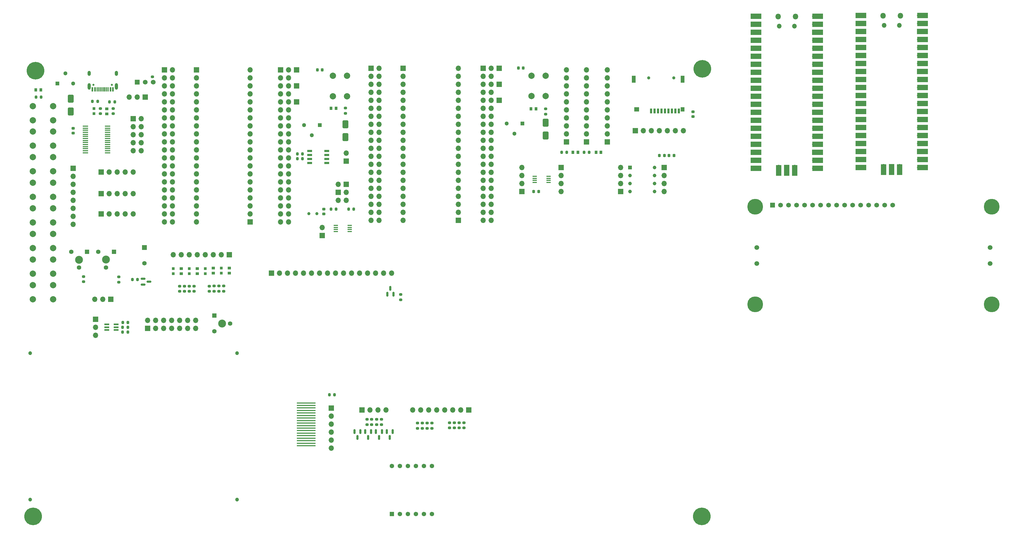
<source format=gbr>
%TF.GenerationSoftware,KiCad,Pcbnew,9.0.0*%
%TF.CreationDate,2025-05-15T12:51:00+02:00*%
%TF.ProjectId,board,626f6172-642e-46b6-9963-61645f706362,rev?*%
%TF.SameCoordinates,Original*%
%TF.FileFunction,Soldermask,Top*%
%TF.FilePolarity,Negative*%
%FSLAX46Y46*%
G04 Gerber Fmt 4.6, Leading zero omitted, Abs format (unit mm)*
G04 Created by KiCad (PCBNEW 9.0.0) date 2025-05-15 12:51:00*
%MOMM*%
%LPD*%
G01*
G04 APERTURE LIST*
G04 Aperture macros list*
%AMRoundRect*
0 Rectangle with rounded corners*
0 $1 Rounding radius*
0 $2 $3 $4 $5 $6 $7 $8 $9 X,Y pos of 4 corners*
0 Add a 4 corners polygon primitive as box body*
4,1,4,$2,$3,$4,$5,$6,$7,$8,$9,$2,$3,0*
0 Add four circle primitives for the rounded corners*
1,1,$1+$1,$2,$3*
1,1,$1+$1,$4,$5*
1,1,$1+$1,$6,$7*
1,1,$1+$1,$8,$9*
0 Add four rect primitives between the rounded corners*
20,1,$1+$1,$2,$3,$4,$5,0*
20,1,$1+$1,$4,$5,$6,$7,0*
20,1,$1+$1,$6,$7,$8,$9,0*
20,1,$1+$1,$8,$9,$2,$3,0*%
G04 Aperture macros list end*
%ADD10R,1.500000X1.500000*%
%ADD11C,1.500000*%
%ADD12RoundRect,0.200000X0.275000X-0.200000X0.275000X0.200000X-0.275000X0.200000X-0.275000X-0.200000X0*%
%ADD13O,1.800000X1.800000*%
%ADD14O,1.500000X1.500000*%
%ADD15O,1.700000X1.700000*%
%ADD16R,3.500000X1.700000*%
%ADD17R,1.700000X1.700000*%
%ADD18R,1.700000X3.500000*%
%ADD19RoundRect,0.200000X0.200000X0.275000X-0.200000X0.275000X-0.200000X-0.275000X0.200000X-0.275000X0*%
%ADD20C,5.000000*%
%ADD21RoundRect,0.250000X0.650000X-1.000000X0.650000X1.000000X-0.650000X1.000000X-0.650000X-1.000000X0*%
%ADD22RoundRect,0.150000X-0.587500X-0.150000X0.587500X-0.150000X0.587500X0.150000X-0.587500X0.150000X0*%
%ADD23R,1.000000X0.950000*%
%ADD24C,3.600000*%
%ADD25C,5.600000*%
%ADD26R,1.159000X1.159000*%
%ADD27C,1.159000*%
%ADD28R,0.950000X1.000000*%
%ADD29R,0.950000X0.900000*%
%ADD30R,1.600000X0.500000*%
%ADD31C,2.000000*%
%ADD32RoundRect,0.225000X-0.225000X-0.250000X0.225000X-0.250000X0.225000X0.250000X-0.225000X0.250000X0*%
%ADD33R,1.300000X1.300000*%
%ADD34C,1.300000*%
%ADD35R,1.400000X0.450000*%
%ADD36C,1.000000*%
%ADD37RoundRect,0.150000X-0.150000X0.587500X-0.150000X-0.587500X0.150000X-0.587500X0.150000X0.587500X0*%
%ADD38C,1.400000*%
%ADD39C,0.650000*%
%ADD40R,0.600000X1.450000*%
%ADD41R,0.300000X1.450000*%
%ADD42O,1.000000X2.100000*%
%ADD43O,1.000000X1.600000*%
%ADD44R,1.525000X0.650000*%
%ADD45RoundRect,0.200000X-0.275000X0.200000X-0.275000X-0.200000X0.275000X-0.200000X0.275000X0.200000X0*%
%ADD46RoundRect,0.200000X-0.200000X-0.275000X0.200000X-0.275000X0.200000X0.275000X-0.200000X0.275000X0*%
%ADD47R,1.425000X1.425000*%
%ADD48C,1.425000*%
%ADD49RoundRect,0.225000X0.225000X0.250000X-0.225000X0.250000X-0.225000X-0.250000X0.225000X-0.250000X0*%
%ADD50RoundRect,0.225000X0.250000X-0.225000X0.250000X0.225000X-0.250000X0.225000X-0.250000X-0.225000X0*%
%ADD51RoundRect,0.150000X0.150000X-0.587500X0.150000X0.587500X-0.150000X0.587500X-0.150000X-0.587500X0*%
%ADD52C,2.500000*%
%ADD53R,1.400000X1.400000*%
%ADD54R,0.700000X1.600000*%
%ADD55R,1.200000X1.400000*%
%ADD56R,1.600000X1.400000*%
%ADD57R,1.200000X2.200000*%
%ADD58R,1.725000X0.450000*%
%ADD59C,1.200000*%
%ADD60R,6.000000X0.400000*%
%ADD61RoundRect,0.225000X-0.250000X0.225000X-0.250000X-0.225000X0.250000X-0.225000X0.250000X0.225000X0*%
G04 APERTURE END LIST*
D10*
%TO.C,IC3*%
X36830000Y-8255000D03*
D11*
X39370000Y-8255000D03*
X41910000Y-8255000D03*
%TD*%
D12*
%TO.C,R38*%
X54864000Y-74637000D03*
X54864000Y-72987000D03*
%TD*%
%TO.C,R14*%
X30988000Y-71691000D03*
X30988000Y-70041000D03*
%TD*%
D13*
%TO.C,U4*%
X273373000Y12824000D03*
D14*
X273673000Y9794000D03*
X278523000Y9794000D03*
D13*
X278823000Y12824000D03*
D15*
X267208000Y12954000D03*
D16*
X266308000Y12954000D03*
D15*
X267208000Y10414000D03*
D16*
X266308000Y10414000D03*
D17*
X267208000Y7874000D03*
D16*
X266308000Y7874000D03*
D15*
X267208000Y5334000D03*
D16*
X266308000Y5334000D03*
D15*
X267208000Y2794000D03*
D16*
X266308000Y2794000D03*
D15*
X267208000Y254000D03*
D16*
X266308000Y254000D03*
D15*
X267208000Y-2286000D03*
D16*
X266308000Y-2286000D03*
D17*
X267208000Y-4826000D03*
D16*
X266308000Y-4826000D03*
D15*
X267208000Y-7366000D03*
D16*
X266308000Y-7366000D03*
D15*
X267208000Y-9906000D03*
D16*
X266308000Y-9906000D03*
D15*
X267208000Y-12446000D03*
D16*
X266308000Y-12446000D03*
D15*
X267208000Y-14986000D03*
D16*
X266308000Y-14986000D03*
D17*
X267208000Y-17526000D03*
D16*
X266308000Y-17526000D03*
D15*
X267208000Y-20066000D03*
D16*
X266308000Y-20066000D03*
D15*
X267208000Y-22606000D03*
D16*
X266308000Y-22606000D03*
D15*
X267208000Y-25146000D03*
D16*
X266308000Y-25146000D03*
D15*
X267208000Y-27686000D03*
D16*
X266308000Y-27686000D03*
D17*
X267208000Y-30226000D03*
D16*
X266308000Y-30226000D03*
D15*
X267208000Y-32766000D03*
D16*
X266308000Y-32766000D03*
D15*
X267208000Y-35306000D03*
D16*
X266308000Y-35306000D03*
D15*
X284988000Y-35306000D03*
D16*
X285888000Y-35306000D03*
D15*
X284988000Y-32766000D03*
D16*
X285888000Y-32766000D03*
D17*
X284988000Y-30226000D03*
D16*
X285888000Y-30226000D03*
D15*
X284988000Y-27686000D03*
D16*
X285888000Y-27686000D03*
D15*
X284988000Y-25146000D03*
D16*
X285888000Y-25146000D03*
D15*
X284988000Y-22606000D03*
D16*
X285888000Y-22606000D03*
D15*
X284988000Y-20066000D03*
D16*
X285888000Y-20066000D03*
D17*
X284988000Y-17526000D03*
D16*
X285888000Y-17526000D03*
D15*
X284988000Y-14986000D03*
D16*
X285888000Y-14986000D03*
D15*
X284988000Y-12446000D03*
D16*
X285888000Y-12446000D03*
D15*
X284988000Y-9906000D03*
D16*
X285888000Y-9906000D03*
D15*
X284988000Y-7366000D03*
D16*
X285888000Y-7366000D03*
D17*
X284988000Y-4826000D03*
D16*
X285888000Y-4826000D03*
D15*
X284988000Y-2286000D03*
D16*
X285888000Y-2286000D03*
D15*
X284988000Y254000D03*
D16*
X285888000Y254000D03*
D15*
X284988000Y2794000D03*
D16*
X285888000Y2794000D03*
D15*
X284988000Y5334000D03*
D16*
X285888000Y5334000D03*
D17*
X284988000Y7874000D03*
D16*
X285888000Y7874000D03*
D15*
X284988000Y10414000D03*
D16*
X285888000Y10414000D03*
D15*
X284988000Y12954000D03*
D16*
X285888000Y12954000D03*
D15*
X273558000Y-35076000D03*
D18*
X273558000Y-35976000D03*
D17*
X276098000Y-35076000D03*
D18*
X276098000Y-35976000D03*
D15*
X278638000Y-35076000D03*
D18*
X278638000Y-35976000D03*
%TD*%
D12*
%TO.C,R27*%
X130302000Y-118110000D03*
X130302000Y-116460000D03*
%TD*%
D17*
%TO.C,J24*%
X141986000Y-112268000D03*
D15*
X139446000Y-112268000D03*
X136906000Y-112268000D03*
X134366000Y-112268000D03*
X131826000Y-112268000D03*
X129286000Y-112268000D03*
X126746000Y-112268000D03*
X124206000Y-112268000D03*
%TD*%
D19*
%TO.C,R20*%
X36893000Y-70866000D03*
X35243000Y-70866000D03*
%TD*%
D12*
%TO.C,R29*%
X127254000Y-118110000D03*
X127254000Y-116460000D03*
%TD*%
%TO.C,R13*%
X140462000Y-117982000D03*
X140462000Y-116332000D03*
%TD*%
D10*
%TO.C,DS4*%
X238340000Y-47246000D03*
D11*
X240880000Y-47246000D03*
X243420000Y-47246000D03*
X245960000Y-47246000D03*
X248500000Y-47246000D03*
X251040000Y-47246000D03*
X253580000Y-47246000D03*
X256120000Y-47246000D03*
X258660000Y-47246000D03*
X261200000Y-47246000D03*
X263740000Y-47246000D03*
X266280000Y-47246000D03*
X268820000Y-47246000D03*
X271360000Y-47246000D03*
X273900000Y-47246000D03*
X276440000Y-47246000D03*
X233340000Y-65786000D03*
X307340000Y-60706000D03*
X233340000Y-60706000D03*
X307340000Y-65786000D03*
D20*
X232840000Y-47746000D03*
X307840000Y-47746000D03*
X307840000Y-78746000D03*
X232840000Y-78746000D03*
%TD*%
D17*
%TO.C,J16*%
X25400000Y-43643000D03*
D15*
X27940000Y-43643000D03*
X30480000Y-43643000D03*
X33020000Y-43643000D03*
X35560000Y-43643000D03*
%TD*%
D21*
%TO.C,D4*%
X102870000Y-25622000D03*
X102870000Y-21622000D03*
%TD*%
D22*
%TO.C,Q1*%
X38686500Y-70615000D03*
X38686500Y-72515000D03*
X40561500Y-71565000D03*
%TD*%
D17*
%TO.C,J27*%
X121158000Y-3810000D03*
D15*
X121158000Y-6350000D03*
X121158000Y-8890000D03*
X121158000Y-11430000D03*
X121158000Y-13970000D03*
X121158000Y-16510000D03*
X121158000Y-19050000D03*
X121158000Y-21590000D03*
X121158000Y-24130000D03*
X121158000Y-26670000D03*
X121158000Y-29210000D03*
X121158000Y-31750000D03*
X121158000Y-34290000D03*
X121158000Y-36830000D03*
X121158000Y-39370000D03*
X121158000Y-41910000D03*
X121158000Y-44450000D03*
X121158000Y-46990000D03*
X121158000Y-49530000D03*
X121158000Y-52070000D03*
%TD*%
D12*
%TO.C,R2*%
X19812000Y-71565000D03*
X19812000Y-69915000D03*
%TD*%
D23*
%TO.C,LED6*%
X50800000Y-67437000D03*
X50800000Y-69037000D03*
%TD*%
D24*
%TO.C,H2*%
X4572000Y-4572000D03*
D25*
X4572000Y-4572000D03*
%TD*%
D12*
%TO.C,R37*%
X53340000Y-74637000D03*
X53340000Y-72987000D03*
%TD*%
D17*
%TO.C,J15*%
X23573000Y-83450000D03*
D15*
X23573000Y-85990000D03*
X23573000Y-88530000D03*
%TD*%
D19*
%TO.C,R21*%
X33859000Y-84529000D03*
X32209000Y-84529000D03*
%TD*%
D17*
%TO.C,J2*%
X185928000Y-27178000D03*
D15*
X185928000Y-24638000D03*
X185928000Y-22098000D03*
X185928000Y-19558000D03*
X185928000Y-17018000D03*
X185928000Y-14478000D03*
X185928000Y-11938000D03*
X185928000Y-9398000D03*
X185928000Y-6858000D03*
X185928000Y-4318000D03*
%TD*%
D17*
%TO.C,J1*%
X25400000Y-50038000D03*
D15*
X27940000Y-50038000D03*
X30480000Y-50038000D03*
X33020000Y-50038000D03*
X35560000Y-50038000D03*
%TD*%
D24*
%TO.C,H3*%
X215900000Y-146050000D03*
D25*
X215900000Y-146050000D03*
%TD*%
D17*
%TO.C,J36*%
X138684000Y-52070000D03*
D15*
X138684000Y-49530000D03*
X138684000Y-46990000D03*
X138684000Y-44450000D03*
X138684000Y-41910000D03*
X138684000Y-39370000D03*
X138684000Y-36830000D03*
X138684000Y-34290000D03*
X138684000Y-31750000D03*
X138684000Y-29210000D03*
X138684000Y-26670000D03*
X138684000Y-24130000D03*
X138684000Y-21590000D03*
X138684000Y-19050000D03*
X138684000Y-16510000D03*
X138684000Y-13970000D03*
X138684000Y-11430000D03*
X138684000Y-8890000D03*
X138684000Y-6350000D03*
X138684000Y-3810000D03*
%TD*%
D12*
%TO.C,R3*%
X29210000Y-18212000D03*
X29210000Y-16562000D03*
%TD*%
D26*
%TO.C,IC6*%
X193104000Y-35306000D03*
D27*
X193104000Y-37846000D03*
X193104000Y-40386000D03*
X193104000Y-42926000D03*
X200914000Y-42926000D03*
X200914000Y-40386000D03*
X200914000Y-37846000D03*
X200914000Y-35306000D03*
%TD*%
D17*
%TO.C,J42*%
X87376000Y-4318000D03*
%TD*%
D12*
%TO.C,R5*%
X25146000Y-18212000D03*
X25146000Y-16562000D03*
%TD*%
D17*
%TO.C,J18*%
X45466000Y-4318000D03*
D15*
X48006000Y-4318000D03*
X45466000Y-6858000D03*
X48006000Y-6858000D03*
X45466000Y-9398000D03*
X48006000Y-9398000D03*
X45466000Y-11938000D03*
X48006000Y-11938000D03*
X45466000Y-14478000D03*
X48006000Y-14478000D03*
X45466000Y-17018000D03*
X48006000Y-17018000D03*
X45466000Y-19558000D03*
X48006000Y-19558000D03*
X45466000Y-22098000D03*
X48006000Y-22098000D03*
X45466000Y-24638000D03*
X48006000Y-24638000D03*
X45466000Y-27178000D03*
X48006000Y-27178000D03*
X45466000Y-29718000D03*
X48006000Y-29718000D03*
X45466000Y-32258000D03*
X48006000Y-32258000D03*
X45466000Y-34798000D03*
X48006000Y-34798000D03*
X45466000Y-37338000D03*
X48006000Y-37338000D03*
X45466000Y-39878000D03*
X48006000Y-39878000D03*
X45466000Y-42418000D03*
X48006000Y-42418000D03*
X45466000Y-44958000D03*
X48006000Y-44958000D03*
X45466000Y-47498000D03*
X48006000Y-47498000D03*
X45466000Y-50038000D03*
X48006000Y-50038000D03*
X45466000Y-52578000D03*
X48006000Y-52578000D03*
%TD*%
D28*
%TO.C,LED17*%
X176568000Y-30480000D03*
X174968000Y-30480000D03*
%TD*%
D29*
%TO.C,LED4*%
X58420000Y-67437000D03*
X58420000Y-69037000D03*
%TD*%
D23*
%TO.C,LED8*%
X60960000Y-67272000D03*
X60960000Y-68872000D03*
%TD*%
D17*
%TO.C,J6*%
X103124000Y-40640000D03*
D15*
X100584000Y-40640000D03*
%TD*%
D17*
%TO.C,J5*%
X16510000Y-35560000D03*
D15*
X16510000Y-38100000D03*
X16510000Y-40640000D03*
X16510000Y-43180000D03*
X16510000Y-45720000D03*
X16510000Y-48260000D03*
X16510000Y-50800000D03*
X16510000Y-53340000D03*
%TD*%
D12*
%TO.C,R39*%
X59690000Y-74637000D03*
X59690000Y-72987000D03*
%TD*%
D17*
%TO.C,J17*%
X25407000Y-36785000D03*
D15*
X27947000Y-36785000D03*
X30487000Y-36785000D03*
X33027000Y-36785000D03*
X35567000Y-36785000D03*
%TD*%
D30*
%TO.C,LED1*%
X27178000Y-85090000D03*
X27178000Y-85990000D03*
X27178000Y-86890000D03*
X30128000Y-86890000D03*
X30128000Y-85990000D03*
X30128000Y-85090000D03*
%TD*%
D17*
%TO.C,J8*%
X203962000Y-35306000D03*
D15*
X203962000Y-37846000D03*
X203962000Y-40386000D03*
X203962000Y-42926000D03*
%TD*%
D17*
%TO.C,J28*%
X190087000Y-42926000D03*
D15*
X190087000Y-40386000D03*
X190087000Y-37846000D03*
X190087000Y-35306000D03*
%TD*%
D31*
%TO.C,S3*%
X10160000Y-20356000D03*
X3660000Y-20356000D03*
X10160000Y-15856000D03*
X3660000Y-15856000D03*
%TD*%
D32*
%TO.C,C4*%
X162547000Y-42926000D03*
X164097000Y-42926000D03*
%TD*%
D17*
%TO.C,J7*%
X79340000Y-68828000D03*
D15*
X81880000Y-68828000D03*
X84420000Y-68828000D03*
X86960000Y-68828000D03*
X89500000Y-68828000D03*
X92040000Y-68828000D03*
X94580000Y-68828000D03*
X97120000Y-68828000D03*
X99660000Y-68828000D03*
X102200000Y-68828000D03*
X104740000Y-68828000D03*
X107280000Y-68828000D03*
X109820000Y-68828000D03*
X112360000Y-68828000D03*
X114900000Y-68828000D03*
X117440000Y-68828000D03*
%TD*%
D21*
%TO.C,D2*%
X15748000Y-17494000D03*
X15748000Y-13494000D03*
%TD*%
D17*
%TO.C,J4*%
X158836000Y-42926000D03*
D15*
X158836000Y-40386000D03*
X158836000Y-37846000D03*
X158836000Y-35306000D03*
%TD*%
D17*
%TO.C,J41*%
X151638000Y-13946000D03*
%TD*%
D33*
%TO.C,S11*%
X94702000Y-21846000D03*
D34*
X92202000Y-25046000D03*
X89702000Y-21846000D03*
%TD*%
D17*
%TO.C,J46*%
X151638000Y-8890000D03*
%TD*%
D33*
%TO.C,S14*%
X158964000Y-21336000D03*
D34*
X156464000Y-24536000D03*
X153964000Y-21336000D03*
%TD*%
D35*
%TO.C,IC1*%
X99822000Y-53676000D03*
X99822000Y-54326000D03*
X99822000Y-54976000D03*
X99822000Y-55626000D03*
X104222000Y-55626000D03*
X104222000Y-54976000D03*
X104222000Y-54326000D03*
X104222000Y-53676000D03*
%TD*%
D17*
%TO.C,J32*%
X35560000Y-19812000D03*
D15*
X38100000Y-19812000D03*
X35560000Y-22352000D03*
X38100000Y-22352000D03*
X35560000Y-24892000D03*
X38100000Y-24892000D03*
X35560000Y-27432000D03*
X38100000Y-27432000D03*
X35560000Y-29972000D03*
X38100000Y-29972000D03*
%TD*%
D17*
%TO.C,J14*%
X194818000Y-23622000D03*
D15*
X197358000Y-23622000D03*
X199898000Y-23622000D03*
X202438000Y-23622000D03*
X204978000Y-23622000D03*
X207518000Y-23622000D03*
X210058000Y-23622000D03*
%TD*%
D31*
%TO.C,S12*%
X161834000Y-12648000D03*
X161834000Y-6148000D03*
X166334000Y-12648000D03*
X166334000Y-6148000D03*
%TD*%
D12*
%TO.C,R30*%
X125730000Y-118110000D03*
X125730000Y-116460000D03*
%TD*%
D32*
%TO.C,C6*%
X157669000Y-3758000D03*
X159219000Y-3758000D03*
%TD*%
D19*
%TO.C,R16*%
X89217000Y-30988000D03*
X87567000Y-30988000D03*
%TD*%
D12*
%TO.C,R42*%
X64262000Y-74588500D03*
X64262000Y-72938500D03*
%TD*%
D32*
%TO.C,C5*%
X93954000Y-4318000D03*
X95504000Y-4318000D03*
%TD*%
D36*
%TO.C,Y2*%
X93756000Y-49930000D03*
X91216000Y-49930000D03*
%TD*%
D37*
%TO.C,Q5*%
X107594400Y-119126000D03*
X105694400Y-119126000D03*
X106644400Y-121001000D03*
%TD*%
D17*
%TO.C,J40*%
X87376000Y-14478000D03*
%TD*%
D31*
%TO.C,S6*%
X10160000Y-44668000D03*
X3660000Y-44668000D03*
X10160000Y-40168000D03*
X3660000Y-40168000D03*
%TD*%
D28*
%TO.C,LED15*%
X161658400Y-16713200D03*
X163258400Y-16713200D03*
%TD*%
D10*
%TO.C,LS1*%
X39116000Y-60745000D03*
D38*
X39116000Y-65745000D03*
%TD*%
D33*
%TO.C,S13*%
X11510000Y-8636000D03*
D34*
X14010000Y-5436000D03*
X16510000Y-8636000D03*
%TD*%
D39*
%TO.C,J34*%
X28726000Y-9037000D03*
X22946000Y-9037000D03*
D40*
X29086000Y-10482000D03*
X28286000Y-10482000D03*
D41*
X27086000Y-10482000D03*
X26086000Y-10482000D03*
X25586000Y-10482000D03*
X24586000Y-10482000D03*
D40*
X23386000Y-10482000D03*
X22586000Y-10482000D03*
X22586000Y-10482000D03*
X23386000Y-10482000D03*
D41*
X24086000Y-10482000D03*
X25086000Y-10482000D03*
X26586000Y-10482000D03*
X27586000Y-10482000D03*
D40*
X28286000Y-10482000D03*
X29086000Y-10482000D03*
D42*
X30156000Y-9567000D03*
D43*
X30156000Y-5387000D03*
D42*
X21516000Y-9567000D03*
D43*
X21516000Y-5387000D03*
%TD*%
D44*
%TO.C,IC2*%
X96946000Y-33909000D03*
X96946000Y-32639000D03*
X96946000Y-31369000D03*
X96946000Y-30099000D03*
X91522000Y-30099000D03*
X91522000Y-31369000D03*
X91522000Y-32639000D03*
X91522000Y-33909000D03*
%TD*%
D45*
%TO.C,R19*%
X41656000Y-6541000D03*
X41656000Y-8191000D03*
%TD*%
D32*
%TO.C,C8*%
X205473000Y-31496000D03*
X207023000Y-31496000D03*
%TD*%
D31*
%TO.C,S4*%
X10160000Y-28412000D03*
X3660000Y-28412000D03*
X10160000Y-23912000D03*
X3660000Y-23912000D03*
%TD*%
D24*
%TO.C,H4*%
X3810000Y-146050000D03*
D25*
X3810000Y-146050000D03*
%TD*%
D17*
%TO.C,J30*%
X179324000Y-27178000D03*
D15*
X179324000Y-24638000D03*
X179324000Y-22098000D03*
X179324000Y-19558000D03*
X179324000Y-17018000D03*
X179324000Y-14478000D03*
X179324000Y-11938000D03*
X179324000Y-9398000D03*
X179324000Y-6858000D03*
X179324000Y-4318000D03*
%TD*%
D31*
%TO.C,S9*%
X10160000Y-69052000D03*
X3660000Y-69052000D03*
X10160000Y-64552000D03*
X3660000Y-64552000D03*
%TD*%
D17*
%TO.C,J31*%
X172974000Y-27178000D03*
D15*
X172974000Y-24638000D03*
X172974000Y-22098000D03*
X172974000Y-19558000D03*
X172974000Y-17018000D03*
X172974000Y-14478000D03*
X172974000Y-11938000D03*
X172974000Y-9398000D03*
X172974000Y-6858000D03*
X172974000Y-4318000D03*
%TD*%
D17*
%TO.C,J44*%
X151638000Y-3810000D03*
%TD*%
D13*
%TO.C,U1*%
X240099000Y12570000D03*
D14*
X240399000Y9540000D03*
X245249000Y9540000D03*
D13*
X245549000Y12570000D03*
D15*
X233934000Y12700000D03*
D16*
X233034000Y12700000D03*
D15*
X233934000Y10160000D03*
D16*
X233034000Y10160000D03*
D17*
X233934000Y7620000D03*
D16*
X233034000Y7620000D03*
D15*
X233934000Y5080000D03*
D16*
X233034000Y5080000D03*
D15*
X233934000Y2540000D03*
D16*
X233034000Y2540000D03*
D15*
X233934000Y0D03*
D16*
X233034000Y0D03*
D15*
X233934000Y-2540000D03*
D16*
X233034000Y-2540000D03*
D17*
X233934000Y-5080000D03*
D16*
X233034000Y-5080000D03*
D15*
X233934000Y-7620000D03*
D16*
X233034000Y-7620000D03*
D15*
X233934000Y-10160000D03*
D16*
X233034000Y-10160000D03*
D15*
X233934000Y-12700000D03*
D16*
X233034000Y-12700000D03*
D15*
X233934000Y-15240000D03*
D16*
X233034000Y-15240000D03*
D17*
X233934000Y-17780000D03*
D16*
X233034000Y-17780000D03*
D15*
X233934000Y-20320000D03*
D16*
X233034000Y-20320000D03*
D15*
X233934000Y-22860000D03*
D16*
X233034000Y-22860000D03*
D15*
X233934000Y-25400000D03*
D16*
X233034000Y-25400000D03*
D15*
X233934000Y-27940000D03*
D16*
X233034000Y-27940000D03*
D17*
X233934000Y-30480000D03*
D16*
X233034000Y-30480000D03*
D15*
X233934000Y-33020000D03*
D16*
X233034000Y-33020000D03*
D15*
X233934000Y-35560000D03*
D16*
X233034000Y-35560000D03*
D15*
X251714000Y-35560000D03*
D16*
X252614000Y-35560000D03*
D15*
X251714000Y-33020000D03*
D16*
X252614000Y-33020000D03*
D17*
X251714000Y-30480000D03*
D16*
X252614000Y-30480000D03*
D15*
X251714000Y-27940000D03*
D16*
X252614000Y-27940000D03*
D15*
X251714000Y-25400000D03*
D16*
X252614000Y-25400000D03*
D15*
X251714000Y-22860000D03*
D16*
X252614000Y-22860000D03*
D15*
X251714000Y-20320000D03*
D16*
X252614000Y-20320000D03*
D17*
X251714000Y-17780000D03*
D16*
X252614000Y-17780000D03*
D15*
X251714000Y-15240000D03*
D16*
X252614000Y-15240000D03*
D15*
X251714000Y-12700000D03*
D16*
X252614000Y-12700000D03*
D15*
X251714000Y-10160000D03*
D16*
X252614000Y-10160000D03*
D15*
X251714000Y-7620000D03*
D16*
X252614000Y-7620000D03*
D17*
X251714000Y-5080000D03*
D16*
X252614000Y-5080000D03*
D15*
X251714000Y-2540000D03*
D16*
X252614000Y-2540000D03*
D15*
X251714000Y0D03*
D16*
X252614000Y0D03*
D15*
X251714000Y2540000D03*
D16*
X252614000Y2540000D03*
D15*
X251714000Y5080000D03*
D16*
X252614000Y5080000D03*
D17*
X251714000Y7620000D03*
D16*
X252614000Y7620000D03*
D15*
X251714000Y10160000D03*
D16*
X252614000Y10160000D03*
D15*
X251714000Y12700000D03*
D16*
X252614000Y12700000D03*
D15*
X240284000Y-35330000D03*
D18*
X240284000Y-36230000D03*
D17*
X242824000Y-35330000D03*
D18*
X242824000Y-36230000D03*
D15*
X245364000Y-35330000D03*
D18*
X245364000Y-36230000D03*
%TD*%
D31*
%TO.C,S8*%
X10160000Y-60924000D03*
X3660000Y-60924000D03*
X10160000Y-56424000D03*
X3660000Y-56424000D03*
%TD*%
D46*
%TO.C,R9*%
X171387000Y-30480000D03*
X173037000Y-30480000D03*
%TD*%
D47*
%TO.C,DS2*%
X117602000Y-145288000D03*
D48*
X120142000Y-145288000D03*
X122682000Y-145288000D03*
X125222000Y-145288000D03*
X127762000Y-145288000D03*
X130302000Y-145288000D03*
X130302000Y-130048000D03*
X127762000Y-130048000D03*
X125222000Y-130048000D03*
X122682000Y-130048000D03*
X120142000Y-130048000D03*
X117602000Y-130048000D03*
%TD*%
D17*
%TO.C,J3*%
X98343000Y-111652000D03*
D15*
X98343000Y-114192000D03*
X98343000Y-116732000D03*
X98343000Y-119272000D03*
X98343000Y-121812000D03*
X98343000Y-124352000D03*
%TD*%
D45*
%TO.C,R33*%
X111130000Y-115253000D03*
X111130000Y-116903000D03*
%TD*%
D49*
%TO.C,C7*%
X203975000Y-31496000D03*
X202425000Y-31496000D03*
%TD*%
D17*
%TO.C,J21*%
X110998000Y-3810000D03*
D15*
X113538000Y-3810000D03*
X110998000Y-6350000D03*
X113538000Y-6350000D03*
X110998000Y-8890000D03*
X113538000Y-8890000D03*
X110998000Y-11430000D03*
X113538000Y-11430000D03*
X110998000Y-13970000D03*
X113538000Y-13970000D03*
X110998000Y-16510000D03*
X113538000Y-16510000D03*
X110998000Y-19050000D03*
X113538000Y-19050000D03*
X110998000Y-21590000D03*
X113538000Y-21590000D03*
X110998000Y-24130000D03*
X113538000Y-24130000D03*
X110998000Y-26670000D03*
X113538000Y-26670000D03*
X110998000Y-29210000D03*
X113538000Y-29210000D03*
X110998000Y-31750000D03*
X113538000Y-31750000D03*
X110998000Y-34290000D03*
X113538000Y-34290000D03*
X110998000Y-36830000D03*
X113538000Y-36830000D03*
X110998000Y-39370000D03*
X113538000Y-39370000D03*
X110998000Y-41910000D03*
X113538000Y-41910000D03*
X110998000Y-44450000D03*
X113538000Y-44450000D03*
X110998000Y-46990000D03*
X113538000Y-46990000D03*
X110998000Y-49530000D03*
X113538000Y-49530000D03*
X110998000Y-52070000D03*
X113538000Y-52070000D03*
%TD*%
D37*
%TO.C,Q4*%
X110998000Y-119126000D03*
X109098000Y-119126000D03*
X110048000Y-121001000D03*
%TD*%
D12*
%TO.C,R6*%
X102870000Y-18097000D03*
X102870000Y-16447000D03*
%TD*%
D37*
%TO.C,Q2*%
X117856000Y-119098300D03*
X115956000Y-119098300D03*
X116906000Y-120973300D03*
%TD*%
D45*
%TO.C,R4*%
X120396000Y-75629000D03*
X120396000Y-77279000D03*
%TD*%
D17*
%TO.C,J25*%
X108082000Y-112268000D03*
D15*
X110622000Y-112268000D03*
X113162000Y-112268000D03*
X115702000Y-112268000D03*
%TD*%
D19*
%TO.C,R22*%
X33796000Y-85990000D03*
X32146000Y-85990000D03*
%TD*%
D12*
%TO.C,R11*%
X50292000Y-74637000D03*
X50292000Y-72987000D03*
%TD*%
D28*
%TO.C,LED16*%
X183896000Y-30480000D03*
X182296000Y-30480000D03*
%TD*%
D12*
%TO.C,R41*%
X62738000Y-74588500D03*
X62738000Y-72938500D03*
%TD*%
D28*
%TO.C,LED18*%
X4597000Y-10668000D03*
X6197000Y-10668000D03*
%TD*%
D45*
%TO.C,R32*%
X112718000Y-115253000D03*
X112718000Y-116903000D03*
%TD*%
D19*
%TO.C,R43*%
X99885000Y-48514000D03*
X98235000Y-48514000D03*
%TD*%
D17*
%TO.C,J22*%
X146558000Y-3810000D03*
D15*
X149098000Y-3810000D03*
X146558000Y-6350000D03*
X149098000Y-6350000D03*
X146558000Y-8890000D03*
X149098000Y-8890000D03*
X146558000Y-11430000D03*
X149098000Y-11430000D03*
X146558000Y-13970000D03*
X149098000Y-13970000D03*
X146558000Y-16510000D03*
X149098000Y-16510000D03*
X146558000Y-19050000D03*
X149098000Y-19050000D03*
X146558000Y-21590000D03*
X149098000Y-21590000D03*
X146558000Y-24130000D03*
X149098000Y-24130000D03*
X146558000Y-26670000D03*
X149098000Y-26670000D03*
X146558000Y-29210000D03*
X149098000Y-29210000D03*
X146558000Y-31750000D03*
X149098000Y-31750000D03*
X146558000Y-34290000D03*
X149098000Y-34290000D03*
X146558000Y-36830000D03*
X149098000Y-36830000D03*
X146558000Y-39370000D03*
X149098000Y-39370000D03*
X146558000Y-41910000D03*
X149098000Y-41910000D03*
X146558000Y-44450000D03*
X149098000Y-44450000D03*
X146558000Y-46990000D03*
X149098000Y-46990000D03*
X146558000Y-49530000D03*
X149098000Y-49530000D03*
X146558000Y-52070000D03*
X149098000Y-52070000D03*
%TD*%
D50*
%TO.C,C2*%
X16510000Y-24397000D03*
X16510000Y-22847000D03*
%TD*%
D46*
%TO.C,R44*%
X103823000Y-48514000D03*
X105473000Y-48514000D03*
%TD*%
D21*
%TO.C,D5*%
X166370000Y-25114000D03*
X166370000Y-21114000D03*
%TD*%
D17*
%TO.C,J37*%
X72644000Y-52578000D03*
D15*
X72644000Y-50038000D03*
X72644000Y-47498000D03*
X72644000Y-44958000D03*
X72644000Y-42418000D03*
X72644000Y-39878000D03*
X72644000Y-37338000D03*
X72644000Y-34798000D03*
X72644000Y-32258000D03*
X72644000Y-29718000D03*
X72644000Y-27178000D03*
X72644000Y-24638000D03*
X72644000Y-22098000D03*
X72644000Y-19558000D03*
X72644000Y-17018000D03*
X72644000Y-14478000D03*
X72644000Y-11938000D03*
X72644000Y-9398000D03*
X72644000Y-6858000D03*
X72644000Y-4318000D03*
%TD*%
D28*
%TO.C,LED14*%
X98260000Y-16510000D03*
X99860000Y-16510000D03*
%TD*%
D31*
%TO.C,S5*%
X10160000Y-36540000D03*
X3660000Y-36540000D03*
X10160000Y-32040000D03*
X3660000Y-32040000D03*
%TD*%
D46*
%TO.C,R8*%
X178499000Y-30480000D03*
X180149000Y-30480000D03*
%TD*%
%TO.C,R46*%
X22607000Y-14351000D03*
X24257000Y-14351000D03*
%TD*%
D51*
%TO.C,Q7*%
X116144000Y-75535000D03*
X118044000Y-75535000D03*
X117094000Y-73660000D03*
%TD*%
D17*
%TO.C,J29*%
X66040000Y-63030000D03*
D15*
X63500000Y-63030000D03*
X60960000Y-63030000D03*
X58420000Y-63030000D03*
X55880000Y-63030000D03*
X53340000Y-63030000D03*
X50800000Y-63030000D03*
X48260000Y-63030000D03*
%TD*%
D52*
%TO.C,RV1*%
X63754000Y-84836000D03*
D38*
X61254000Y-87336000D03*
X66254000Y-84836000D03*
D53*
X61254000Y-82336000D03*
%TD*%
D29*
%TO.C,LED10*%
X23114000Y-18212000D03*
X23114000Y-16612000D03*
%TD*%
%TO.C,LED3*%
X53340000Y-67437000D03*
X53340000Y-69037000D03*
%TD*%
D37*
%TO.C,Q3*%
X114416800Y-119103300D03*
X112516800Y-119103300D03*
X113466800Y-120978300D03*
%TD*%
D12*
%TO.C,R24*%
X138938000Y-117978000D03*
X138938000Y-116328000D03*
%TD*%
%TO.C,R26*%
X135890000Y-117978000D03*
X135890000Y-116328000D03*
%TD*%
D17*
%TO.C,J13*%
X28448000Y-77153000D03*
D15*
X25908000Y-77153000D03*
X23368000Y-77153000D03*
%TD*%
D31*
%TO.C,S10*%
X10160000Y-77180000D03*
X3660000Y-77180000D03*
X10160000Y-72680000D03*
X3660000Y-72680000D03*
%TD*%
D45*
%TO.C,R31*%
X114242000Y-115253000D03*
X114242000Y-116903000D03*
%TD*%
D36*
%TO.C,J12*%
X207010000Y-6858000D03*
X199010000Y-6858000D03*
D54*
X199810000Y-17358000D03*
X200910000Y-17358000D03*
X202010000Y-17358000D03*
X203110000Y-17358000D03*
X204210000Y-17358000D03*
X205310000Y-17358000D03*
X206410000Y-17358000D03*
X207510000Y-17358000D03*
X208610000Y-17358000D03*
D55*
X209810000Y-16858000D03*
D56*
X195210000Y-16858000D03*
D57*
X194310000Y-7258000D03*
X209810000Y-7258000D03*
%TD*%
D19*
%TO.C,R45*%
X29654000Y-14478000D03*
X28004000Y-14478000D03*
%TD*%
D12*
%TO.C,R28*%
X128778000Y-118110000D03*
X128778000Y-116460000D03*
%TD*%
%TO.C,R12*%
X51816000Y-74637000D03*
X51816000Y-72987000D03*
%TD*%
D58*
%TO.C,IC4*%
X27432000Y-30637000D03*
X27432000Y-29987000D03*
X27432000Y-29337000D03*
X27432000Y-28687000D03*
X27432000Y-28037000D03*
X27432000Y-27387000D03*
X27432000Y-26737000D03*
X27432000Y-26087000D03*
X27432000Y-25437000D03*
X27432000Y-24787000D03*
X27432000Y-24137000D03*
X27432000Y-23487000D03*
X27432000Y-22837000D03*
X27432000Y-22187000D03*
X20408000Y-22187000D03*
X20408000Y-22837000D03*
X20408000Y-23487000D03*
X20408000Y-24137000D03*
X20408000Y-24787000D03*
X20408000Y-25437000D03*
X20408000Y-26087000D03*
X20408000Y-26737000D03*
X20408000Y-27387000D03*
X20408000Y-28037000D03*
X20408000Y-28687000D03*
X20408000Y-29337000D03*
X20408000Y-29987000D03*
X20408000Y-30637000D03*
%TD*%
D17*
%TO.C,J11*%
X39370000Y-12954000D03*
D15*
X36830000Y-12954000D03*
X34290000Y-12954000D03*
%TD*%
D19*
%TO.C,R15*%
X89217000Y-32512000D03*
X87567000Y-32512000D03*
%TD*%
D17*
%TO.C,J43*%
X87376000Y-9398000D03*
%TD*%
D12*
%TO.C,R25*%
X137414000Y-117982000D03*
X137414000Y-116332000D03*
%TD*%
D31*
%TO.C,S7*%
X10160000Y-52796000D03*
X3660000Y-52796000D03*
X10160000Y-48296000D03*
X3660000Y-48296000D03*
%TD*%
D59*
%TO.C,DS1*%
X2824000Y-94269000D03*
X2824000Y-140719000D03*
X68424000Y-94269000D03*
X68424000Y-140719000D03*
D60*
X90424000Y-123634000D03*
X90424000Y-122834000D03*
X90424000Y-122034000D03*
X90424000Y-121234000D03*
X90424000Y-120434000D03*
X90424000Y-119634000D03*
X90424000Y-118834000D03*
X90424000Y-118034000D03*
X90424000Y-117234000D03*
X90424000Y-116434000D03*
X90424000Y-115634000D03*
X90424000Y-114834000D03*
X90424000Y-114034000D03*
X90424000Y-113234000D03*
X90424000Y-112434000D03*
X90424000Y-111634000D03*
X90424000Y-110834000D03*
X90424000Y-110034000D03*
%TD*%
D52*
%TO.C,VR2*%
X26924000Y-64556000D03*
D38*
X24424000Y-62056000D03*
X26924000Y-67056000D03*
D53*
X29424000Y-62056000D03*
%TD*%
D29*
%TO.C,LED2*%
X48260000Y-67399000D03*
X48260000Y-68999000D03*
%TD*%
D17*
%TO.C,J26*%
X55626000Y-4318000D03*
D15*
X55626000Y-6858000D03*
X55626000Y-9398000D03*
X55626000Y-11938000D03*
X55626000Y-14478000D03*
X55626000Y-17018000D03*
X55626000Y-19558000D03*
X55626000Y-22098000D03*
X55626000Y-24638000D03*
X55626000Y-27178000D03*
X55626000Y-29718000D03*
X55626000Y-32258000D03*
X55626000Y-34798000D03*
X55626000Y-37338000D03*
X55626000Y-39878000D03*
X55626000Y-42418000D03*
X55626000Y-44958000D03*
X55626000Y-47498000D03*
X55626000Y-50038000D03*
X55626000Y-52578000D03*
%TD*%
D17*
%TO.C,J33*%
X103124000Y-33274000D03*
D15*
X103124000Y-30734000D03*
%TD*%
D23*
%TO.C,LED9*%
X66040000Y-67272000D03*
X66040000Y-68872000D03*
%TD*%
D17*
%TO.C,J19*%
X40132000Y-86360000D03*
D15*
X40132000Y-83820000D03*
X42672000Y-86360000D03*
X42672000Y-83820000D03*
X45212000Y-86360000D03*
X45212000Y-83820000D03*
X47752000Y-86360000D03*
X47752000Y-83820000D03*
X50292000Y-86360000D03*
X50292000Y-83820000D03*
X52832000Y-86360000D03*
X52832000Y-83820000D03*
X55372000Y-86360000D03*
X55372000Y-83820000D03*
%TD*%
D17*
%TO.C,J9*%
X95504000Y-56901000D03*
D15*
X95504000Y-54361000D03*
%TD*%
D17*
%TO.C,J10*%
X100584000Y-43180000D03*
D15*
X103124000Y-43180000D03*
X100584000Y-45720000D03*
X103124000Y-45720000D03*
%TD*%
D12*
%TO.C,R7*%
X166370000Y-18351000D03*
X166370000Y-16701000D03*
%TD*%
%TO.C,R40*%
X61214000Y-74588500D03*
X61214000Y-72938500D03*
%TD*%
D23*
%TO.C,LED11*%
X27178000Y-18288000D03*
X27178000Y-16688000D03*
%TD*%
D17*
%TO.C,J20*%
X82296000Y-4318000D03*
D15*
X84836000Y-4318000D03*
X82296000Y-6858000D03*
X84836000Y-6858000D03*
X82296000Y-9398000D03*
X84836000Y-9398000D03*
X82296000Y-11938000D03*
X84836000Y-11938000D03*
X82296000Y-14478000D03*
X84836000Y-14478000D03*
X82296000Y-17018000D03*
X84836000Y-17018000D03*
X82296000Y-19558000D03*
X84836000Y-19558000D03*
X82296000Y-22098000D03*
X84836000Y-22098000D03*
X82296000Y-24638000D03*
X84836000Y-24638000D03*
X82296000Y-27178000D03*
X84836000Y-27178000D03*
X82296000Y-29718000D03*
X84836000Y-29718000D03*
X82296000Y-32258000D03*
X84836000Y-32258000D03*
X82296000Y-34798000D03*
X84836000Y-34798000D03*
X82296000Y-37338000D03*
X84836000Y-37338000D03*
X82296000Y-39878000D03*
X84836000Y-39878000D03*
X82296000Y-42418000D03*
X84836000Y-42418000D03*
X82296000Y-44958000D03*
X84836000Y-44958000D03*
X82296000Y-47498000D03*
X84836000Y-47498000D03*
X82296000Y-50038000D03*
X84836000Y-50038000D03*
X82296000Y-52578000D03*
X84836000Y-52578000D03*
%TD*%
D61*
%TO.C,C1*%
X96012000Y-48501000D03*
X96012000Y-50051000D03*
%TD*%
D31*
%TO.C,S1*%
X98878000Y-12700000D03*
X98878000Y-6200000D03*
X103378000Y-12700000D03*
X103378000Y-6200000D03*
%TD*%
D17*
%TO.C,J23*%
X171282000Y-35306000D03*
D15*
X171282000Y-37846000D03*
X171282000Y-40386000D03*
X171282000Y-42926000D03*
%TD*%
D35*
%TO.C,IC5*%
X167300000Y-40050000D03*
X167300000Y-39400000D03*
X167300000Y-38750000D03*
X167300000Y-38100000D03*
X162900000Y-38100000D03*
X162900000Y-38750000D03*
X162900000Y-39400000D03*
X162900000Y-40050000D03*
%TD*%
D19*
%TO.C,R23*%
X33796000Y-87577000D03*
X32146000Y-87577000D03*
%TD*%
D29*
%TO.C,LED5*%
X63500000Y-67272000D03*
X63500000Y-68872000D03*
%TD*%
D61*
%TO.C,C3*%
X213106000Y-17614600D03*
X213106000Y-19164600D03*
%TD*%
D23*
%TO.C,LED7*%
X55880000Y-67399000D03*
X55880000Y-68999000D03*
%TD*%
D52*
%TO.C,VR1*%
X18368000Y-64603000D03*
D38*
X15868000Y-62103000D03*
X18368000Y-67103000D03*
D53*
X20868000Y-62103000D03*
%TD*%
D19*
%TO.C,R10*%
X6350000Y-12954000D03*
X4700000Y-12954000D03*
%TD*%
D45*
%TO.C,R34*%
X109670000Y-115253000D03*
X109670000Y-116903000D03*
%TD*%
D19*
%TO.C,R1*%
X99377000Y-107442000D03*
X97727000Y-107442000D03*
%TD*%
D24*
%TO.C,H1*%
X216000000Y-4000000D03*
D25*
X216000000Y-4000000D03*
%TD*%
M02*

</source>
